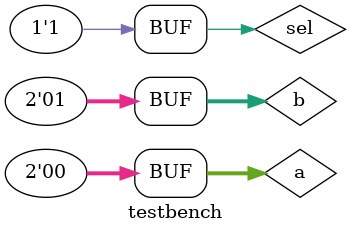
<source format=v>
`timescale 1 ns / 100 ps
module testbench;
    // input and output test signals
    reg  [1:0] a;
	reg  [1:0] b;
	reg  sel;
    wire [1:0] y_comb_correct1;
	wire [1:0] y_comb_correct2;
	wire [1:0] y_comb_incorrect;
	wire [1:0] y_sel;
	wire [1:0] y_if;
	wire [1:0] y_case;
 
   // creating the instance of the module we want to test
	b2_mux_2_1_sel b2_mux_2_1_sel  (a, b, sel, y_sel);
	b2_mux_2_1_if b2_mux_2_1_if  (a, b, sel, y_if);
	b2_mux_2_1_case b2_mux_2_1_case  (a, b, sel, y_case);
	b2_mux_2_1_comb_correct1 b2_mux_2_1_comb_correct1  (a, b, sel, y_comb_correct1);
	b2_mux_2_1_comb_correct2 b2_mux_2_1_comb_correct2  (a, b, sel, y_comb_correct2);
	b2_mux_2_1_comb_incorrect b2_mux_2_1_comb_incorrect  (a, b, sel, y_comb_incorrect);
	
	
	initial 
        begin
			a = 2'b00;
			b = 2'b11;
			#5;
            sel = 1'b0;     // sel change to 0; a -> y
			#10;
			sel = 1'b1;     // sel change to 1; b -> y
			#10
			b = 2'b10;		// b change; y changes too. sel == 1'b1
			#5
			b = 2'b01;
            #5;            // pause
        end
    // do at the beginning of the simulation
    //  print signal values on every change
    initial 
        $monitor("a=%b b=%b sel=%b y_sel=%b y_if=%b y_case=%b y_comb_corr1=%b y_comb_corr2=%b y_comb_incorr=%b", 
		         a, b, sel, y_sel, y_if, y_case, y_comb_correct1, y_comb_correct2, y_comb_incorrect);
    // do at the beginning of the simulation
    initial 
        $dumpvars;  //iverilog dump init
endmodule

</source>
